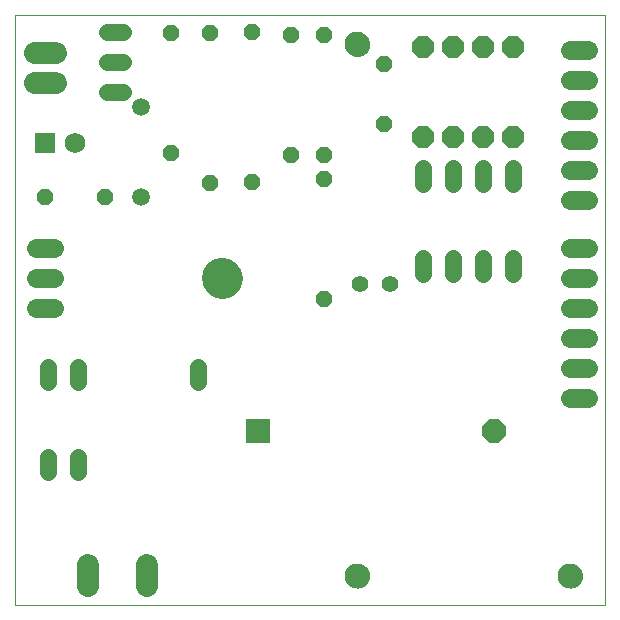
<source format=gts>
G75*
%MOIN*%
%OFA0B0*%
%FSLAX25Y25*%
%IPPOS*%
%LPD*%
%AMOC8*
5,1,8,0,0,1.08239X$1,22.5*
%
%ADD10C,0.00000*%
%ADD11C,0.08274*%
%ADD12OC8,0.05600*%
%ADD13C,0.05943*%
%ADD14C,0.05600*%
%ADD15C,0.07450*%
%ADD16OC8,0.07200*%
%ADD17C,0.05600*%
%ADD18R,0.08000X0.08000*%
%ADD19OC8,0.08000*%
%ADD20C,0.05550*%
%ADD21C,0.06400*%
%ADD22C,0.13400*%
%ADD23C,0.07487*%
%ADD24R,0.06900X0.06900*%
%ADD25C,0.06900*%
D10*
X0004541Y0018008D02*
X0201391Y0018008D01*
X0201391Y0214858D01*
X0004541Y0214858D01*
X0004541Y0018008D01*
X0067167Y0127000D02*
X0067169Y0127161D01*
X0067175Y0127321D01*
X0067185Y0127482D01*
X0067199Y0127642D01*
X0067217Y0127802D01*
X0067238Y0127961D01*
X0067264Y0128120D01*
X0067294Y0128278D01*
X0067327Y0128435D01*
X0067365Y0128592D01*
X0067406Y0128747D01*
X0067451Y0128901D01*
X0067500Y0129054D01*
X0067553Y0129206D01*
X0067609Y0129357D01*
X0067670Y0129506D01*
X0067733Y0129654D01*
X0067801Y0129800D01*
X0067872Y0129944D01*
X0067946Y0130086D01*
X0068024Y0130227D01*
X0068106Y0130365D01*
X0068191Y0130502D01*
X0068279Y0130636D01*
X0068371Y0130768D01*
X0068466Y0130898D01*
X0068564Y0131026D01*
X0068665Y0131151D01*
X0068769Y0131273D01*
X0068876Y0131393D01*
X0068986Y0131510D01*
X0069099Y0131625D01*
X0069215Y0131736D01*
X0069334Y0131845D01*
X0069455Y0131950D01*
X0069579Y0132053D01*
X0069705Y0132153D01*
X0069833Y0132249D01*
X0069964Y0132342D01*
X0070098Y0132432D01*
X0070233Y0132519D01*
X0070371Y0132602D01*
X0070510Y0132682D01*
X0070652Y0132758D01*
X0070795Y0132831D01*
X0070940Y0132900D01*
X0071087Y0132966D01*
X0071235Y0133028D01*
X0071385Y0133086D01*
X0071536Y0133141D01*
X0071689Y0133192D01*
X0071843Y0133239D01*
X0071998Y0133282D01*
X0072154Y0133321D01*
X0072310Y0133357D01*
X0072468Y0133388D01*
X0072626Y0133416D01*
X0072785Y0133440D01*
X0072945Y0133460D01*
X0073105Y0133476D01*
X0073265Y0133488D01*
X0073426Y0133496D01*
X0073587Y0133500D01*
X0073747Y0133500D01*
X0073908Y0133496D01*
X0074069Y0133488D01*
X0074229Y0133476D01*
X0074389Y0133460D01*
X0074549Y0133440D01*
X0074708Y0133416D01*
X0074866Y0133388D01*
X0075024Y0133357D01*
X0075180Y0133321D01*
X0075336Y0133282D01*
X0075491Y0133239D01*
X0075645Y0133192D01*
X0075798Y0133141D01*
X0075949Y0133086D01*
X0076099Y0133028D01*
X0076247Y0132966D01*
X0076394Y0132900D01*
X0076539Y0132831D01*
X0076682Y0132758D01*
X0076824Y0132682D01*
X0076963Y0132602D01*
X0077101Y0132519D01*
X0077236Y0132432D01*
X0077370Y0132342D01*
X0077501Y0132249D01*
X0077629Y0132153D01*
X0077755Y0132053D01*
X0077879Y0131950D01*
X0078000Y0131845D01*
X0078119Y0131736D01*
X0078235Y0131625D01*
X0078348Y0131510D01*
X0078458Y0131393D01*
X0078565Y0131273D01*
X0078669Y0131151D01*
X0078770Y0131026D01*
X0078868Y0130898D01*
X0078963Y0130768D01*
X0079055Y0130636D01*
X0079143Y0130502D01*
X0079228Y0130365D01*
X0079310Y0130227D01*
X0079388Y0130086D01*
X0079462Y0129944D01*
X0079533Y0129800D01*
X0079601Y0129654D01*
X0079664Y0129506D01*
X0079725Y0129357D01*
X0079781Y0129206D01*
X0079834Y0129054D01*
X0079883Y0128901D01*
X0079928Y0128747D01*
X0079969Y0128592D01*
X0080007Y0128435D01*
X0080040Y0128278D01*
X0080070Y0128120D01*
X0080096Y0127961D01*
X0080117Y0127802D01*
X0080135Y0127642D01*
X0080149Y0127482D01*
X0080159Y0127321D01*
X0080165Y0127161D01*
X0080167Y0127000D01*
X0080165Y0126839D01*
X0080159Y0126679D01*
X0080149Y0126518D01*
X0080135Y0126358D01*
X0080117Y0126198D01*
X0080096Y0126039D01*
X0080070Y0125880D01*
X0080040Y0125722D01*
X0080007Y0125565D01*
X0079969Y0125408D01*
X0079928Y0125253D01*
X0079883Y0125099D01*
X0079834Y0124946D01*
X0079781Y0124794D01*
X0079725Y0124643D01*
X0079664Y0124494D01*
X0079601Y0124346D01*
X0079533Y0124200D01*
X0079462Y0124056D01*
X0079388Y0123914D01*
X0079310Y0123773D01*
X0079228Y0123635D01*
X0079143Y0123498D01*
X0079055Y0123364D01*
X0078963Y0123232D01*
X0078868Y0123102D01*
X0078770Y0122974D01*
X0078669Y0122849D01*
X0078565Y0122727D01*
X0078458Y0122607D01*
X0078348Y0122490D01*
X0078235Y0122375D01*
X0078119Y0122264D01*
X0078000Y0122155D01*
X0077879Y0122050D01*
X0077755Y0121947D01*
X0077629Y0121847D01*
X0077501Y0121751D01*
X0077370Y0121658D01*
X0077236Y0121568D01*
X0077101Y0121481D01*
X0076963Y0121398D01*
X0076824Y0121318D01*
X0076682Y0121242D01*
X0076539Y0121169D01*
X0076394Y0121100D01*
X0076247Y0121034D01*
X0076099Y0120972D01*
X0075949Y0120914D01*
X0075798Y0120859D01*
X0075645Y0120808D01*
X0075491Y0120761D01*
X0075336Y0120718D01*
X0075180Y0120679D01*
X0075024Y0120643D01*
X0074866Y0120612D01*
X0074708Y0120584D01*
X0074549Y0120560D01*
X0074389Y0120540D01*
X0074229Y0120524D01*
X0074069Y0120512D01*
X0073908Y0120504D01*
X0073747Y0120500D01*
X0073587Y0120500D01*
X0073426Y0120504D01*
X0073265Y0120512D01*
X0073105Y0120524D01*
X0072945Y0120540D01*
X0072785Y0120560D01*
X0072626Y0120584D01*
X0072468Y0120612D01*
X0072310Y0120643D01*
X0072154Y0120679D01*
X0071998Y0120718D01*
X0071843Y0120761D01*
X0071689Y0120808D01*
X0071536Y0120859D01*
X0071385Y0120914D01*
X0071235Y0120972D01*
X0071087Y0121034D01*
X0070940Y0121100D01*
X0070795Y0121169D01*
X0070652Y0121242D01*
X0070510Y0121318D01*
X0070371Y0121398D01*
X0070233Y0121481D01*
X0070098Y0121568D01*
X0069964Y0121658D01*
X0069833Y0121751D01*
X0069705Y0121847D01*
X0069579Y0121947D01*
X0069455Y0122050D01*
X0069334Y0122155D01*
X0069215Y0122264D01*
X0069099Y0122375D01*
X0068986Y0122490D01*
X0068876Y0122607D01*
X0068769Y0122727D01*
X0068665Y0122849D01*
X0068564Y0122974D01*
X0068466Y0123102D01*
X0068371Y0123232D01*
X0068279Y0123364D01*
X0068191Y0123498D01*
X0068106Y0123635D01*
X0068024Y0123773D01*
X0067946Y0123914D01*
X0067872Y0124056D01*
X0067801Y0124200D01*
X0067733Y0124346D01*
X0067670Y0124494D01*
X0067609Y0124643D01*
X0067553Y0124794D01*
X0067500Y0124946D01*
X0067451Y0125099D01*
X0067406Y0125253D01*
X0067365Y0125408D01*
X0067327Y0125565D01*
X0067294Y0125722D01*
X0067264Y0125880D01*
X0067238Y0126039D01*
X0067217Y0126198D01*
X0067199Y0126358D01*
X0067185Y0126518D01*
X0067175Y0126679D01*
X0067169Y0126839D01*
X0067167Y0127000D01*
X0114777Y0205016D02*
X0114779Y0205141D01*
X0114785Y0205266D01*
X0114795Y0205390D01*
X0114809Y0205514D01*
X0114826Y0205638D01*
X0114848Y0205761D01*
X0114874Y0205883D01*
X0114903Y0206005D01*
X0114936Y0206125D01*
X0114974Y0206244D01*
X0115014Y0206363D01*
X0115059Y0206479D01*
X0115107Y0206594D01*
X0115159Y0206708D01*
X0115215Y0206820D01*
X0115274Y0206930D01*
X0115336Y0207038D01*
X0115402Y0207145D01*
X0115471Y0207249D01*
X0115544Y0207350D01*
X0115619Y0207450D01*
X0115698Y0207547D01*
X0115780Y0207641D01*
X0115865Y0207733D01*
X0115952Y0207822D01*
X0116043Y0207908D01*
X0116136Y0207991D01*
X0116232Y0208072D01*
X0116330Y0208149D01*
X0116430Y0208223D01*
X0116533Y0208294D01*
X0116638Y0208361D01*
X0116746Y0208426D01*
X0116855Y0208486D01*
X0116966Y0208544D01*
X0117079Y0208597D01*
X0117193Y0208647D01*
X0117309Y0208694D01*
X0117426Y0208736D01*
X0117545Y0208775D01*
X0117665Y0208811D01*
X0117786Y0208842D01*
X0117908Y0208870D01*
X0118030Y0208893D01*
X0118154Y0208913D01*
X0118278Y0208929D01*
X0118402Y0208941D01*
X0118527Y0208949D01*
X0118652Y0208953D01*
X0118776Y0208953D01*
X0118901Y0208949D01*
X0119026Y0208941D01*
X0119150Y0208929D01*
X0119274Y0208913D01*
X0119398Y0208893D01*
X0119520Y0208870D01*
X0119642Y0208842D01*
X0119763Y0208811D01*
X0119883Y0208775D01*
X0120002Y0208736D01*
X0120119Y0208694D01*
X0120235Y0208647D01*
X0120349Y0208597D01*
X0120462Y0208544D01*
X0120573Y0208486D01*
X0120683Y0208426D01*
X0120790Y0208361D01*
X0120895Y0208294D01*
X0120998Y0208223D01*
X0121098Y0208149D01*
X0121196Y0208072D01*
X0121292Y0207991D01*
X0121385Y0207908D01*
X0121476Y0207822D01*
X0121563Y0207733D01*
X0121648Y0207641D01*
X0121730Y0207547D01*
X0121809Y0207450D01*
X0121884Y0207350D01*
X0121957Y0207249D01*
X0122026Y0207145D01*
X0122092Y0207038D01*
X0122154Y0206930D01*
X0122213Y0206820D01*
X0122269Y0206708D01*
X0122321Y0206594D01*
X0122369Y0206479D01*
X0122414Y0206363D01*
X0122454Y0206244D01*
X0122492Y0206125D01*
X0122525Y0206005D01*
X0122554Y0205883D01*
X0122580Y0205761D01*
X0122602Y0205638D01*
X0122619Y0205514D01*
X0122633Y0205390D01*
X0122643Y0205266D01*
X0122649Y0205141D01*
X0122651Y0205016D01*
X0122649Y0204891D01*
X0122643Y0204766D01*
X0122633Y0204642D01*
X0122619Y0204518D01*
X0122602Y0204394D01*
X0122580Y0204271D01*
X0122554Y0204149D01*
X0122525Y0204027D01*
X0122492Y0203907D01*
X0122454Y0203788D01*
X0122414Y0203669D01*
X0122369Y0203553D01*
X0122321Y0203438D01*
X0122269Y0203324D01*
X0122213Y0203212D01*
X0122154Y0203102D01*
X0122092Y0202994D01*
X0122026Y0202887D01*
X0121957Y0202783D01*
X0121884Y0202682D01*
X0121809Y0202582D01*
X0121730Y0202485D01*
X0121648Y0202391D01*
X0121563Y0202299D01*
X0121476Y0202210D01*
X0121385Y0202124D01*
X0121292Y0202041D01*
X0121196Y0201960D01*
X0121098Y0201883D01*
X0120998Y0201809D01*
X0120895Y0201738D01*
X0120790Y0201671D01*
X0120682Y0201606D01*
X0120573Y0201546D01*
X0120462Y0201488D01*
X0120349Y0201435D01*
X0120235Y0201385D01*
X0120119Y0201338D01*
X0120002Y0201296D01*
X0119883Y0201257D01*
X0119763Y0201221D01*
X0119642Y0201190D01*
X0119520Y0201162D01*
X0119398Y0201139D01*
X0119274Y0201119D01*
X0119150Y0201103D01*
X0119026Y0201091D01*
X0118901Y0201083D01*
X0118776Y0201079D01*
X0118652Y0201079D01*
X0118527Y0201083D01*
X0118402Y0201091D01*
X0118278Y0201103D01*
X0118154Y0201119D01*
X0118030Y0201139D01*
X0117908Y0201162D01*
X0117786Y0201190D01*
X0117665Y0201221D01*
X0117545Y0201257D01*
X0117426Y0201296D01*
X0117309Y0201338D01*
X0117193Y0201385D01*
X0117079Y0201435D01*
X0116966Y0201488D01*
X0116855Y0201546D01*
X0116745Y0201606D01*
X0116638Y0201671D01*
X0116533Y0201738D01*
X0116430Y0201809D01*
X0116330Y0201883D01*
X0116232Y0201960D01*
X0116136Y0202041D01*
X0116043Y0202124D01*
X0115952Y0202210D01*
X0115865Y0202299D01*
X0115780Y0202391D01*
X0115698Y0202485D01*
X0115619Y0202582D01*
X0115544Y0202682D01*
X0115471Y0202783D01*
X0115402Y0202887D01*
X0115336Y0202994D01*
X0115274Y0203102D01*
X0115215Y0203212D01*
X0115159Y0203324D01*
X0115107Y0203438D01*
X0115059Y0203553D01*
X0115014Y0203669D01*
X0114974Y0203788D01*
X0114936Y0203907D01*
X0114903Y0204027D01*
X0114874Y0204149D01*
X0114848Y0204271D01*
X0114826Y0204394D01*
X0114809Y0204518D01*
X0114795Y0204642D01*
X0114785Y0204766D01*
X0114779Y0204891D01*
X0114777Y0205016D01*
X0114777Y0027850D02*
X0114779Y0027975D01*
X0114785Y0028100D01*
X0114795Y0028224D01*
X0114809Y0028348D01*
X0114826Y0028472D01*
X0114848Y0028595D01*
X0114874Y0028717D01*
X0114903Y0028839D01*
X0114936Y0028959D01*
X0114974Y0029078D01*
X0115014Y0029197D01*
X0115059Y0029313D01*
X0115107Y0029428D01*
X0115159Y0029542D01*
X0115215Y0029654D01*
X0115274Y0029764D01*
X0115336Y0029872D01*
X0115402Y0029979D01*
X0115471Y0030083D01*
X0115544Y0030184D01*
X0115619Y0030284D01*
X0115698Y0030381D01*
X0115780Y0030475D01*
X0115865Y0030567D01*
X0115952Y0030656D01*
X0116043Y0030742D01*
X0116136Y0030825D01*
X0116232Y0030906D01*
X0116330Y0030983D01*
X0116430Y0031057D01*
X0116533Y0031128D01*
X0116638Y0031195D01*
X0116746Y0031260D01*
X0116855Y0031320D01*
X0116966Y0031378D01*
X0117079Y0031431D01*
X0117193Y0031481D01*
X0117309Y0031528D01*
X0117426Y0031570D01*
X0117545Y0031609D01*
X0117665Y0031645D01*
X0117786Y0031676D01*
X0117908Y0031704D01*
X0118030Y0031727D01*
X0118154Y0031747D01*
X0118278Y0031763D01*
X0118402Y0031775D01*
X0118527Y0031783D01*
X0118652Y0031787D01*
X0118776Y0031787D01*
X0118901Y0031783D01*
X0119026Y0031775D01*
X0119150Y0031763D01*
X0119274Y0031747D01*
X0119398Y0031727D01*
X0119520Y0031704D01*
X0119642Y0031676D01*
X0119763Y0031645D01*
X0119883Y0031609D01*
X0120002Y0031570D01*
X0120119Y0031528D01*
X0120235Y0031481D01*
X0120349Y0031431D01*
X0120462Y0031378D01*
X0120573Y0031320D01*
X0120683Y0031260D01*
X0120790Y0031195D01*
X0120895Y0031128D01*
X0120998Y0031057D01*
X0121098Y0030983D01*
X0121196Y0030906D01*
X0121292Y0030825D01*
X0121385Y0030742D01*
X0121476Y0030656D01*
X0121563Y0030567D01*
X0121648Y0030475D01*
X0121730Y0030381D01*
X0121809Y0030284D01*
X0121884Y0030184D01*
X0121957Y0030083D01*
X0122026Y0029979D01*
X0122092Y0029872D01*
X0122154Y0029764D01*
X0122213Y0029654D01*
X0122269Y0029542D01*
X0122321Y0029428D01*
X0122369Y0029313D01*
X0122414Y0029197D01*
X0122454Y0029078D01*
X0122492Y0028959D01*
X0122525Y0028839D01*
X0122554Y0028717D01*
X0122580Y0028595D01*
X0122602Y0028472D01*
X0122619Y0028348D01*
X0122633Y0028224D01*
X0122643Y0028100D01*
X0122649Y0027975D01*
X0122651Y0027850D01*
X0122649Y0027725D01*
X0122643Y0027600D01*
X0122633Y0027476D01*
X0122619Y0027352D01*
X0122602Y0027228D01*
X0122580Y0027105D01*
X0122554Y0026983D01*
X0122525Y0026861D01*
X0122492Y0026741D01*
X0122454Y0026622D01*
X0122414Y0026503D01*
X0122369Y0026387D01*
X0122321Y0026272D01*
X0122269Y0026158D01*
X0122213Y0026046D01*
X0122154Y0025936D01*
X0122092Y0025828D01*
X0122026Y0025721D01*
X0121957Y0025617D01*
X0121884Y0025516D01*
X0121809Y0025416D01*
X0121730Y0025319D01*
X0121648Y0025225D01*
X0121563Y0025133D01*
X0121476Y0025044D01*
X0121385Y0024958D01*
X0121292Y0024875D01*
X0121196Y0024794D01*
X0121098Y0024717D01*
X0120998Y0024643D01*
X0120895Y0024572D01*
X0120790Y0024505D01*
X0120682Y0024440D01*
X0120573Y0024380D01*
X0120462Y0024322D01*
X0120349Y0024269D01*
X0120235Y0024219D01*
X0120119Y0024172D01*
X0120002Y0024130D01*
X0119883Y0024091D01*
X0119763Y0024055D01*
X0119642Y0024024D01*
X0119520Y0023996D01*
X0119398Y0023973D01*
X0119274Y0023953D01*
X0119150Y0023937D01*
X0119026Y0023925D01*
X0118901Y0023917D01*
X0118776Y0023913D01*
X0118652Y0023913D01*
X0118527Y0023917D01*
X0118402Y0023925D01*
X0118278Y0023937D01*
X0118154Y0023953D01*
X0118030Y0023973D01*
X0117908Y0023996D01*
X0117786Y0024024D01*
X0117665Y0024055D01*
X0117545Y0024091D01*
X0117426Y0024130D01*
X0117309Y0024172D01*
X0117193Y0024219D01*
X0117079Y0024269D01*
X0116966Y0024322D01*
X0116855Y0024380D01*
X0116745Y0024440D01*
X0116638Y0024505D01*
X0116533Y0024572D01*
X0116430Y0024643D01*
X0116330Y0024717D01*
X0116232Y0024794D01*
X0116136Y0024875D01*
X0116043Y0024958D01*
X0115952Y0025044D01*
X0115865Y0025133D01*
X0115780Y0025225D01*
X0115698Y0025319D01*
X0115619Y0025416D01*
X0115544Y0025516D01*
X0115471Y0025617D01*
X0115402Y0025721D01*
X0115336Y0025828D01*
X0115274Y0025936D01*
X0115215Y0026046D01*
X0115159Y0026158D01*
X0115107Y0026272D01*
X0115059Y0026387D01*
X0115014Y0026503D01*
X0114974Y0026622D01*
X0114936Y0026741D01*
X0114903Y0026861D01*
X0114874Y0026983D01*
X0114848Y0027105D01*
X0114826Y0027228D01*
X0114809Y0027352D01*
X0114795Y0027476D01*
X0114785Y0027600D01*
X0114779Y0027725D01*
X0114777Y0027850D01*
X0185730Y0027850D02*
X0185732Y0027975D01*
X0185738Y0028100D01*
X0185748Y0028224D01*
X0185762Y0028348D01*
X0185779Y0028472D01*
X0185801Y0028595D01*
X0185827Y0028717D01*
X0185856Y0028839D01*
X0185889Y0028959D01*
X0185927Y0029078D01*
X0185967Y0029197D01*
X0186012Y0029313D01*
X0186060Y0029428D01*
X0186112Y0029542D01*
X0186168Y0029654D01*
X0186227Y0029764D01*
X0186289Y0029872D01*
X0186355Y0029979D01*
X0186424Y0030083D01*
X0186497Y0030184D01*
X0186572Y0030284D01*
X0186651Y0030381D01*
X0186733Y0030475D01*
X0186818Y0030567D01*
X0186905Y0030656D01*
X0186996Y0030742D01*
X0187089Y0030825D01*
X0187185Y0030906D01*
X0187283Y0030983D01*
X0187383Y0031057D01*
X0187486Y0031128D01*
X0187591Y0031195D01*
X0187699Y0031260D01*
X0187808Y0031320D01*
X0187919Y0031378D01*
X0188032Y0031431D01*
X0188146Y0031481D01*
X0188262Y0031528D01*
X0188379Y0031570D01*
X0188498Y0031609D01*
X0188618Y0031645D01*
X0188739Y0031676D01*
X0188861Y0031704D01*
X0188983Y0031727D01*
X0189107Y0031747D01*
X0189231Y0031763D01*
X0189355Y0031775D01*
X0189480Y0031783D01*
X0189605Y0031787D01*
X0189729Y0031787D01*
X0189854Y0031783D01*
X0189979Y0031775D01*
X0190103Y0031763D01*
X0190227Y0031747D01*
X0190351Y0031727D01*
X0190473Y0031704D01*
X0190595Y0031676D01*
X0190716Y0031645D01*
X0190836Y0031609D01*
X0190955Y0031570D01*
X0191072Y0031528D01*
X0191188Y0031481D01*
X0191302Y0031431D01*
X0191415Y0031378D01*
X0191526Y0031320D01*
X0191636Y0031260D01*
X0191743Y0031195D01*
X0191848Y0031128D01*
X0191951Y0031057D01*
X0192051Y0030983D01*
X0192149Y0030906D01*
X0192245Y0030825D01*
X0192338Y0030742D01*
X0192429Y0030656D01*
X0192516Y0030567D01*
X0192601Y0030475D01*
X0192683Y0030381D01*
X0192762Y0030284D01*
X0192837Y0030184D01*
X0192910Y0030083D01*
X0192979Y0029979D01*
X0193045Y0029872D01*
X0193107Y0029764D01*
X0193166Y0029654D01*
X0193222Y0029542D01*
X0193274Y0029428D01*
X0193322Y0029313D01*
X0193367Y0029197D01*
X0193407Y0029078D01*
X0193445Y0028959D01*
X0193478Y0028839D01*
X0193507Y0028717D01*
X0193533Y0028595D01*
X0193555Y0028472D01*
X0193572Y0028348D01*
X0193586Y0028224D01*
X0193596Y0028100D01*
X0193602Y0027975D01*
X0193604Y0027850D01*
X0193602Y0027725D01*
X0193596Y0027600D01*
X0193586Y0027476D01*
X0193572Y0027352D01*
X0193555Y0027228D01*
X0193533Y0027105D01*
X0193507Y0026983D01*
X0193478Y0026861D01*
X0193445Y0026741D01*
X0193407Y0026622D01*
X0193367Y0026503D01*
X0193322Y0026387D01*
X0193274Y0026272D01*
X0193222Y0026158D01*
X0193166Y0026046D01*
X0193107Y0025936D01*
X0193045Y0025828D01*
X0192979Y0025721D01*
X0192910Y0025617D01*
X0192837Y0025516D01*
X0192762Y0025416D01*
X0192683Y0025319D01*
X0192601Y0025225D01*
X0192516Y0025133D01*
X0192429Y0025044D01*
X0192338Y0024958D01*
X0192245Y0024875D01*
X0192149Y0024794D01*
X0192051Y0024717D01*
X0191951Y0024643D01*
X0191848Y0024572D01*
X0191743Y0024505D01*
X0191635Y0024440D01*
X0191526Y0024380D01*
X0191415Y0024322D01*
X0191302Y0024269D01*
X0191188Y0024219D01*
X0191072Y0024172D01*
X0190955Y0024130D01*
X0190836Y0024091D01*
X0190716Y0024055D01*
X0190595Y0024024D01*
X0190473Y0023996D01*
X0190351Y0023973D01*
X0190227Y0023953D01*
X0190103Y0023937D01*
X0189979Y0023925D01*
X0189854Y0023917D01*
X0189729Y0023913D01*
X0189605Y0023913D01*
X0189480Y0023917D01*
X0189355Y0023925D01*
X0189231Y0023937D01*
X0189107Y0023953D01*
X0188983Y0023973D01*
X0188861Y0023996D01*
X0188739Y0024024D01*
X0188618Y0024055D01*
X0188498Y0024091D01*
X0188379Y0024130D01*
X0188262Y0024172D01*
X0188146Y0024219D01*
X0188032Y0024269D01*
X0187919Y0024322D01*
X0187808Y0024380D01*
X0187698Y0024440D01*
X0187591Y0024505D01*
X0187486Y0024572D01*
X0187383Y0024643D01*
X0187283Y0024717D01*
X0187185Y0024794D01*
X0187089Y0024875D01*
X0186996Y0024958D01*
X0186905Y0025044D01*
X0186818Y0025133D01*
X0186733Y0025225D01*
X0186651Y0025319D01*
X0186572Y0025416D01*
X0186497Y0025516D01*
X0186424Y0025617D01*
X0186355Y0025721D01*
X0186289Y0025828D01*
X0186227Y0025936D01*
X0186168Y0026046D01*
X0186112Y0026158D01*
X0186060Y0026272D01*
X0186012Y0026387D01*
X0185967Y0026503D01*
X0185927Y0026622D01*
X0185889Y0026741D01*
X0185856Y0026861D01*
X0185827Y0026983D01*
X0185801Y0027105D01*
X0185779Y0027228D01*
X0185762Y0027352D01*
X0185748Y0027476D01*
X0185738Y0027600D01*
X0185732Y0027725D01*
X0185730Y0027850D01*
D11*
X0189667Y0027850D03*
X0118714Y0027850D03*
X0118714Y0205016D03*
D12*
X0127619Y0198449D03*
X0127619Y0178449D03*
X0107667Y0168000D03*
X0107667Y0160000D03*
X0096667Y0168000D03*
X0083698Y0159000D03*
X0069509Y0158906D03*
X0056509Y0168906D03*
X0034667Y0154000D03*
X0014667Y0154000D03*
X0056509Y0208906D03*
X0069509Y0208906D03*
X0083698Y0209000D03*
X0096667Y0208000D03*
X0107667Y0208000D03*
X0107667Y0120000D03*
D13*
X0046509Y0154220D03*
X0046509Y0184220D03*
D14*
X0040550Y0189094D02*
X0035350Y0189094D01*
X0035350Y0199094D02*
X0040550Y0199094D01*
X0040550Y0209094D02*
X0035350Y0209094D01*
X0140667Y0163600D02*
X0140667Y0158400D01*
X0150667Y0158400D02*
X0150667Y0163600D01*
X0160667Y0163600D02*
X0160667Y0158400D01*
X0170667Y0158400D02*
X0170667Y0163600D01*
X0170667Y0133600D02*
X0170667Y0128400D01*
X0160667Y0128400D02*
X0160667Y0133600D01*
X0150667Y0133600D02*
X0150667Y0128400D01*
X0140667Y0128400D02*
X0140667Y0133600D01*
D15*
X0048509Y0031525D02*
X0048509Y0024475D01*
X0028824Y0024475D02*
X0028824Y0031525D01*
D16*
X0140667Y0174000D03*
X0150667Y0174000D03*
X0160667Y0174000D03*
X0170667Y0174000D03*
X0170667Y0204000D03*
X0160667Y0204000D03*
X0150667Y0204000D03*
X0140667Y0204000D03*
D17*
X0129667Y0125000D03*
X0119667Y0125000D03*
D18*
X0085549Y0076000D03*
D19*
X0164289Y0076000D03*
D20*
X0065667Y0092425D02*
X0065667Y0097575D01*
X0025667Y0097575D02*
X0025667Y0092425D01*
X0015667Y0092425D02*
X0015667Y0097575D01*
X0015667Y0067575D02*
X0015667Y0062425D01*
X0025667Y0062425D02*
X0025667Y0067575D01*
D21*
X0017667Y0117000D02*
X0011667Y0117000D01*
X0011667Y0127000D02*
X0017667Y0127000D01*
X0017667Y0137000D02*
X0011667Y0137000D01*
X0189667Y0137000D02*
X0195667Y0137000D01*
X0195667Y0127000D02*
X0189667Y0127000D01*
X0189667Y0117000D02*
X0195667Y0117000D01*
X0195667Y0107000D02*
X0189667Y0107000D01*
X0189667Y0097000D02*
X0195667Y0097000D01*
X0195667Y0087000D02*
X0189667Y0087000D01*
X0189667Y0153000D02*
X0195667Y0153000D01*
X0195667Y0163000D02*
X0189667Y0163000D01*
X0189667Y0173000D02*
X0195667Y0173000D01*
X0195667Y0183000D02*
X0189667Y0183000D01*
X0189667Y0193000D02*
X0195667Y0193000D01*
X0195667Y0203000D02*
X0189667Y0203000D01*
D22*
X0073667Y0127000D03*
D23*
X0018210Y0192000D02*
X0011123Y0192000D01*
X0011123Y0202000D02*
X0018210Y0202000D01*
D24*
X0014667Y0172000D03*
D25*
X0024667Y0172000D03*
M02*

</source>
